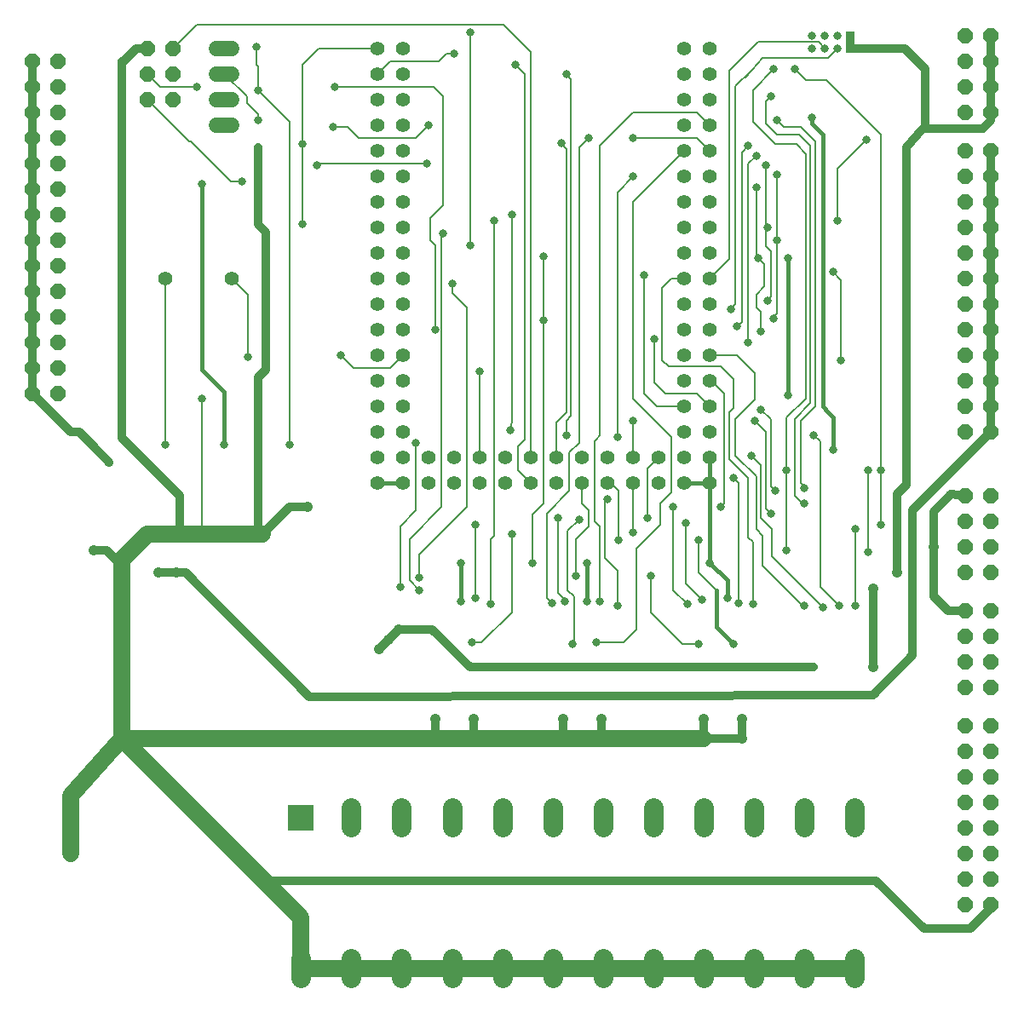
<source format=gbl>
G75*
%MOIN*%
%OFA0B0*%
%FSLAX25Y25*%
%IPPOS*%
%LPD*%
%AMOC8*
5,1,8,0,0,1.08239X$1,22.5*
%
%ADD10C,0.05600*%
%ADD11C,0.03200*%
%ADD12R,0.03200X0.03200*%
%ADD13R,0.10000X0.10000*%
%ADD14C,0.07600*%
%ADD15OC8,0.06000*%
%ADD16C,0.06000*%
%ADD17C,0.04200*%
%ADD18C,0.06600*%
%ADD19C,0.03200*%
%ADD20C,0.01600*%
%ADD21C,0.00600*%
%ADD22C,0.03543*%
D10*
X0146000Y0211000D03*
X0146000Y0221000D03*
X0146000Y0231000D03*
X0146000Y0241000D03*
X0146000Y0251000D03*
X0146000Y0261000D03*
X0146000Y0271000D03*
X0146000Y0281000D03*
X0146000Y0291000D03*
X0146000Y0301000D03*
X0146000Y0311000D03*
X0146000Y0321000D03*
X0146000Y0331000D03*
X0146000Y0341000D03*
X0146000Y0351000D03*
X0146000Y0361000D03*
X0146000Y0371000D03*
X0146000Y0381000D03*
X0156000Y0381000D03*
X0156000Y0371000D03*
X0156000Y0361000D03*
X0156000Y0351000D03*
X0156000Y0341000D03*
X0156000Y0331000D03*
X0156000Y0321000D03*
X0156000Y0311000D03*
X0156000Y0301000D03*
X0156000Y0291000D03*
X0156000Y0281000D03*
X0156000Y0271000D03*
X0156000Y0261000D03*
X0156000Y0251000D03*
X0156000Y0241000D03*
X0156000Y0231000D03*
X0156000Y0221000D03*
X0156000Y0211000D03*
X0166000Y0211000D03*
X0166000Y0221000D03*
X0176000Y0221000D03*
X0176000Y0211000D03*
X0186000Y0211000D03*
X0186000Y0221000D03*
X0196000Y0221000D03*
X0196000Y0211000D03*
X0206000Y0211000D03*
X0206000Y0221000D03*
X0216000Y0221000D03*
X0216000Y0211000D03*
X0226000Y0211000D03*
X0226000Y0221000D03*
X0236000Y0221000D03*
X0236000Y0211000D03*
X0246000Y0211000D03*
X0246000Y0221000D03*
X0256000Y0221000D03*
X0256000Y0211000D03*
X0266000Y0211000D03*
X0266000Y0221000D03*
X0276000Y0221000D03*
X0276000Y0211000D03*
X0276000Y0231000D03*
X0276000Y0241000D03*
X0266000Y0241000D03*
X0266000Y0231000D03*
X0266000Y0251000D03*
X0266000Y0261000D03*
X0276000Y0261000D03*
X0276000Y0251000D03*
X0276000Y0271000D03*
X0276000Y0281000D03*
X0266000Y0281000D03*
X0266000Y0271000D03*
X0266000Y0291000D03*
X0276000Y0291000D03*
X0276000Y0301000D03*
X0276000Y0311000D03*
X0266000Y0311000D03*
X0266000Y0301000D03*
X0266000Y0321000D03*
X0266000Y0331000D03*
X0276000Y0331000D03*
X0276000Y0321000D03*
X0276000Y0341000D03*
X0276000Y0351000D03*
X0266000Y0351000D03*
X0266000Y0341000D03*
X0266000Y0361000D03*
X0266000Y0371000D03*
X0276000Y0371000D03*
X0276000Y0361000D03*
X0276000Y0381000D03*
X0266000Y0381000D03*
X0088992Y0291000D03*
X0063008Y0291000D03*
D11*
X0046000Y0286000D03*
X0046000Y0296000D03*
X0046000Y0306000D03*
X0046000Y0316000D03*
X0046000Y0325375D03*
X0046000Y0335375D03*
X0046000Y0346000D03*
X0046000Y0356000D03*
X0046000Y0364750D03*
X0046000Y0376000D03*
X0075375Y0366000D03*
X0098500Y0381625D03*
X0099125Y0364750D03*
X0099125Y0352875D03*
X0099125Y0342250D03*
X0092875Y0329125D03*
X0077250Y0327875D03*
X0099125Y0312250D03*
X0116625Y0312250D03*
X0122250Y0335375D03*
X0116625Y0343500D03*
X0128500Y0350375D03*
X0129125Y0366000D03*
X0166000Y0351000D03*
X0165375Y0336000D03*
X0171625Y0308500D03*
X0182250Y0304125D03*
X0191625Y0313500D03*
X0198500Y0316000D03*
X0211000Y0299750D03*
X0211000Y0274750D03*
X0186000Y0254750D03*
X0168500Y0271000D03*
X0175375Y0289125D03*
X0131625Y0261000D03*
X0111625Y0226000D03*
X0086000Y0226000D03*
X0077250Y0244125D03*
X0062875Y0226000D03*
X0046000Y0246000D03*
X0046000Y0257250D03*
X0046000Y0266000D03*
X0046000Y0276000D03*
X0095375Y0260375D03*
X0161000Y0226625D03*
X0184125Y0194750D03*
X0198500Y0191000D03*
X0206625Y0179750D03*
X0214125Y0164125D03*
X0219125Y0164750D03*
X0227875Y0164750D03*
X0232875Y0164750D03*
X0239750Y0162875D03*
X0252875Y0174750D03*
X0240375Y0188500D03*
X0246000Y0191625D03*
X0251625Y0197250D03*
X0261625Y0201625D03*
X0266625Y0195375D03*
X0271625Y0188500D03*
X0276000Y0179750D03*
X0272875Y0165375D03*
X0267250Y0163500D03*
X0282875Y0166000D03*
X0287250Y0164125D03*
X0292875Y0163500D03*
X0285375Y0147875D03*
X0271625Y0147875D03*
X0304125Y0139125D03*
X0310375Y0139125D03*
X0316625Y0139125D03*
X0320375Y0162250D03*
X0312875Y0162875D03*
X0326625Y0162875D03*
X0332875Y0162875D03*
X0337875Y0184125D03*
X0332875Y0192875D03*
X0342875Y0194750D03*
X0342875Y0216000D03*
X0337875Y0216000D03*
X0324125Y0224125D03*
X0316625Y0229750D03*
X0306625Y0245375D03*
X0296000Y0239750D03*
X0293500Y0235375D03*
X0292250Y0221625D03*
X0285375Y0212875D03*
X0280375Y0201625D03*
X0299750Y0199125D03*
X0301625Y0207875D03*
X0306000Y0216000D03*
X0312875Y0209125D03*
X0312875Y0202875D03*
X0306000Y0184750D03*
X0352875Y0231000D03*
X0352875Y0241000D03*
X0352875Y0249750D03*
X0352875Y0260375D03*
X0352875Y0270375D03*
X0352875Y0281000D03*
X0352875Y0291000D03*
X0352875Y0300375D03*
X0352875Y0311000D03*
X0352875Y0321000D03*
X0352875Y0331000D03*
X0352875Y0341000D03*
X0337250Y0345375D03*
X0316000Y0354125D03*
X0302250Y0352875D03*
X0299750Y0362250D03*
X0301000Y0372875D03*
X0309125Y0372875D03*
X0316000Y0381000D03*
X0316000Y0386000D03*
X0321000Y0386000D03*
X0321000Y0381000D03*
X0326000Y0381000D03*
X0326000Y0386000D03*
X0291000Y0342875D03*
X0294125Y0339125D03*
X0297875Y0335375D03*
X0302250Y0331625D03*
X0294125Y0326625D03*
X0298500Y0311000D03*
X0302250Y0306000D03*
X0306625Y0299125D03*
X0294750Y0299125D03*
X0298500Y0282250D03*
X0301000Y0275375D03*
X0296000Y0270375D03*
X0291000Y0266000D03*
X0286625Y0272250D03*
X0284125Y0279125D03*
X0254125Y0267250D03*
X0250375Y0292250D03*
X0246000Y0331000D03*
X0246000Y0346000D03*
X0228500Y0346000D03*
X0217875Y0344125D03*
X0219750Y0371000D03*
X0199750Y0374750D03*
X0182250Y0387250D03*
X0176000Y0379125D03*
X0246000Y0235375D03*
X0239750Y0229125D03*
X0219750Y0229750D03*
X0197875Y0231625D03*
X0216625Y0197250D03*
X0224750Y0196625D03*
X0236000Y0204750D03*
X0227875Y0179750D03*
X0223500Y0174750D03*
X0222250Y0147875D03*
X0231625Y0148500D03*
X0190375Y0163500D03*
X0184125Y0166000D03*
X0178500Y0164750D03*
X0178500Y0179750D03*
X0162250Y0174125D03*
X0162250Y0169125D03*
X0154750Y0170375D03*
X0182875Y0148500D03*
X0327250Y0259125D03*
X0324125Y0293500D03*
X0326000Y0313500D03*
X0368500Y0213500D03*
D12*
X0331000Y0381000D03*
X0331000Y0386000D03*
D13*
X0116000Y0080055D03*
D14*
X0135685Y0076255D02*
X0135685Y0083855D01*
X0155370Y0083855D02*
X0155370Y0076255D01*
X0175055Y0076255D02*
X0175055Y0083855D01*
X0194740Y0083855D02*
X0194740Y0076255D01*
X0214425Y0076255D02*
X0214425Y0083855D01*
X0234110Y0083855D02*
X0234110Y0076255D01*
X0253795Y0076255D02*
X0253795Y0083855D01*
X0273480Y0083855D02*
X0273480Y0076255D01*
X0293165Y0076255D02*
X0293165Y0083855D01*
X0312850Y0083855D02*
X0312850Y0076255D01*
X0332535Y0076255D02*
X0332535Y0083855D01*
X0332535Y0024800D02*
X0332535Y0017200D01*
X0312850Y0017200D02*
X0312850Y0024800D01*
X0293165Y0024800D02*
X0293165Y0017200D01*
X0273480Y0017200D02*
X0273480Y0024800D01*
X0253795Y0024800D02*
X0253795Y0017200D01*
X0234110Y0017200D02*
X0234110Y0024800D01*
X0214425Y0024800D02*
X0214425Y0017200D01*
X0194740Y0017200D02*
X0194740Y0024800D01*
X0175055Y0024800D02*
X0175055Y0017200D01*
X0155370Y0017200D02*
X0155370Y0024800D01*
X0135685Y0024800D02*
X0135685Y0017200D01*
X0116000Y0017200D02*
X0116000Y0024800D01*
D15*
X0021000Y0246000D03*
X0021000Y0256000D03*
X0021000Y0266000D03*
X0021000Y0276000D03*
X0021000Y0286000D03*
X0021000Y0296000D03*
X0021000Y0306000D03*
X0021000Y0316000D03*
X0021000Y0326000D03*
X0021000Y0336000D03*
X0021000Y0346000D03*
X0021000Y0356000D03*
X0021000Y0366000D03*
X0021000Y0376000D03*
X0011000Y0376000D03*
X0011000Y0366000D03*
X0011000Y0356000D03*
X0011000Y0346000D03*
X0011000Y0336000D03*
X0011000Y0326000D03*
X0011000Y0316000D03*
X0011000Y0306000D03*
X0011000Y0296000D03*
X0011000Y0286000D03*
X0011000Y0276000D03*
X0011000Y0266000D03*
X0011000Y0256000D03*
X0011000Y0246000D03*
X0056000Y0361000D03*
X0056000Y0371000D03*
X0066000Y0371000D03*
X0066000Y0361000D03*
X0066000Y0381000D03*
X0056000Y0381000D03*
X0376000Y0376000D03*
X0376000Y0366000D03*
X0386000Y0366000D03*
X0386000Y0376000D03*
X0386000Y0386000D03*
X0376000Y0386000D03*
X0376000Y0356000D03*
X0386000Y0356000D03*
X0386000Y0341000D03*
X0376000Y0341000D03*
X0376000Y0331000D03*
X0376000Y0321000D03*
X0386000Y0321000D03*
X0386000Y0331000D03*
X0386000Y0311000D03*
X0386000Y0301000D03*
X0376000Y0301000D03*
X0376000Y0311000D03*
X0376000Y0291000D03*
X0386000Y0291000D03*
X0386000Y0281000D03*
X0386000Y0271000D03*
X0376000Y0271000D03*
X0376000Y0281000D03*
X0376000Y0261000D03*
X0376000Y0251000D03*
X0386000Y0251000D03*
X0386000Y0261000D03*
X0386000Y0241000D03*
X0386000Y0231000D03*
X0376000Y0231000D03*
X0376000Y0241000D03*
X0376000Y0206000D03*
X0386000Y0206000D03*
X0386000Y0196000D03*
X0376000Y0196000D03*
X0376000Y0186000D03*
X0376000Y0176000D03*
X0386000Y0176000D03*
X0386000Y0186000D03*
X0386000Y0161000D03*
X0386000Y0151000D03*
X0376000Y0151000D03*
X0376000Y0161000D03*
X0376000Y0141000D03*
X0376000Y0131000D03*
X0386000Y0131000D03*
X0386000Y0141000D03*
X0386000Y0116000D03*
X0376000Y0116000D03*
X0376000Y0106000D03*
X0376000Y0096000D03*
X0386000Y0096000D03*
X0386000Y0106000D03*
X0386000Y0086000D03*
X0386000Y0076000D03*
X0376000Y0076000D03*
X0376000Y0086000D03*
X0376000Y0066000D03*
X0376000Y0056000D03*
X0386000Y0056000D03*
X0386000Y0066000D03*
X0386000Y0046000D03*
X0376000Y0046000D03*
D16*
X0089000Y0351000D02*
X0083000Y0351000D01*
X0083000Y0361000D02*
X0089000Y0361000D01*
X0089000Y0371000D02*
X0083000Y0371000D01*
X0083000Y0381000D02*
X0089000Y0381000D01*
D17*
X0026000Y0066000D03*
X0026000Y0074125D03*
X0026000Y0082250D03*
X0046000Y0147250D03*
X0046000Y0157250D03*
X0060375Y0176000D03*
X0067250Y0176000D03*
X0068500Y0191000D03*
X0101000Y0191000D03*
X0118500Y0201625D03*
X0154125Y0153500D03*
X0150375Y0149750D03*
X0146625Y0146000D03*
X0168500Y0118500D03*
X0168500Y0111000D03*
X0183500Y0111000D03*
X0183500Y0118500D03*
X0149750Y0111000D03*
X0141000Y0111000D03*
X0218500Y0111000D03*
X0218500Y0118500D03*
X0233500Y0118500D03*
X0233500Y0111000D03*
X0273500Y0111000D03*
X0273500Y0118500D03*
X0288500Y0118500D03*
X0288500Y0111000D03*
X0339750Y0139125D03*
X0339750Y0169750D03*
X0349125Y0176000D03*
X0363500Y0186000D03*
X0034750Y0184750D03*
D18*
X0046000Y0181000D02*
X0056000Y0191000D01*
X0068500Y0191000D01*
X0079125Y0191000D01*
X0101000Y0191000D01*
X0046000Y0181000D02*
X0046000Y0157250D01*
X0046000Y0147250D01*
X0046000Y0111000D01*
X0141000Y0111000D01*
X0149750Y0111000D01*
X0168500Y0111000D01*
X0183500Y0111000D01*
X0218500Y0111000D01*
X0233500Y0111000D01*
X0273500Y0111000D01*
X0273480Y0021000D02*
X0253795Y0021000D01*
X0234110Y0021000D01*
X0214425Y0021000D01*
X0194740Y0021000D01*
X0175055Y0021000D01*
X0155370Y0021000D01*
X0135685Y0021000D01*
X0116000Y0021000D01*
X0116000Y0041000D01*
X0101937Y0055062D01*
X0046000Y0111000D01*
X0026000Y0088500D01*
X0026000Y0082250D01*
X0026000Y0074125D01*
X0026000Y0066000D01*
X0273480Y0021000D02*
X0293165Y0021000D01*
X0312850Y0021000D01*
X0332535Y0021000D01*
D19*
X0359750Y0036625D02*
X0341000Y0055375D01*
X0102250Y0055375D01*
X0101937Y0055062D01*
X0168500Y0111000D02*
X0168500Y0118500D01*
X0183500Y0118500D02*
X0183500Y0111000D01*
X0182250Y0139125D02*
X0304125Y0139125D01*
X0310375Y0139125D01*
X0316625Y0139125D01*
X0339750Y0139125D02*
X0339750Y0169750D01*
X0349125Y0176000D02*
X0349125Y0206625D01*
X0352875Y0210375D01*
X0352875Y0231000D01*
X0352875Y0241000D01*
X0352875Y0249750D01*
X0352875Y0260375D01*
X0352875Y0270375D01*
X0352875Y0281000D01*
X0352875Y0291000D01*
X0352875Y0300375D01*
X0352875Y0311000D01*
X0352875Y0321000D01*
X0352875Y0331000D01*
X0352875Y0341000D01*
X0352875Y0342250D01*
X0359125Y0349750D01*
X0359750Y0349750D01*
X0382875Y0349750D01*
X0386000Y0352875D01*
X0386000Y0356000D01*
X0386000Y0366000D01*
X0386000Y0376000D01*
X0386000Y0386000D01*
X0360375Y0372875D02*
X0360375Y0350375D01*
X0360375Y0372875D02*
X0352250Y0381000D01*
X0331000Y0381000D01*
X0331000Y0386000D01*
X0386000Y0341000D02*
X0386000Y0331000D01*
X0386000Y0321000D01*
X0386000Y0311000D01*
X0386000Y0301000D01*
X0386000Y0291000D01*
X0386000Y0281000D01*
X0386000Y0271000D01*
X0386000Y0261000D01*
X0386000Y0251000D01*
X0386000Y0241000D01*
X0386000Y0231000D01*
X0368500Y0213500D01*
X0355375Y0200375D01*
X0355375Y0143500D01*
X0339750Y0127875D01*
X0119125Y0127250D01*
X0071000Y0176000D01*
X0067250Y0176000D01*
X0060375Y0176000D01*
X0046000Y0181000D02*
X0043500Y0181000D01*
X0039750Y0184750D01*
X0034750Y0184750D01*
X0068500Y0191000D02*
X0068500Y0206000D01*
X0046000Y0228500D01*
X0046000Y0246000D01*
X0046000Y0257250D01*
X0046000Y0266000D01*
X0046000Y0276000D01*
X0046000Y0286000D01*
X0046000Y0296000D01*
X0046000Y0306000D01*
X0046000Y0316000D01*
X0046000Y0325375D01*
X0046000Y0335375D01*
X0046000Y0346000D01*
X0046000Y0356000D01*
X0046000Y0364750D01*
X0046000Y0376000D01*
X0046625Y0376000D02*
X0051625Y0381000D01*
X0056000Y0381000D01*
X0099125Y0342250D02*
X0099125Y0312250D01*
X0102250Y0309125D01*
X0102250Y0255375D01*
X0099125Y0252250D01*
X0099125Y0192875D01*
X0101000Y0191000D02*
X0111625Y0201625D01*
X0118500Y0201625D01*
X0154125Y0153500D02*
X0167250Y0153500D01*
X0182250Y0139125D01*
X0154125Y0153500D02*
X0150375Y0149750D01*
X0146625Y0146000D01*
X0218500Y0118500D02*
X0218500Y0111000D01*
X0233500Y0111000D02*
X0233500Y0118500D01*
X0273500Y0118500D02*
X0273500Y0111000D01*
X0288500Y0111000D01*
X0288500Y0118500D01*
X0363500Y0166625D02*
X0369125Y0161000D01*
X0376000Y0161000D01*
X0363500Y0166625D02*
X0363500Y0186000D01*
X0363500Y0199750D01*
X0370375Y0206625D01*
X0376000Y0206000D01*
X0386000Y0046000D02*
X0386000Y0044750D01*
X0377875Y0036625D01*
X0359750Y0036625D01*
X0041000Y0219125D02*
X0034750Y0225375D01*
X0029125Y0231000D01*
X0026000Y0231000D01*
X0011000Y0246000D01*
X0011000Y0256000D01*
X0011000Y0266000D01*
X0011000Y0276000D01*
X0011000Y0286000D01*
X0011000Y0296000D01*
X0011000Y0306000D01*
X0011000Y0316000D01*
X0011000Y0326000D01*
X0011000Y0336000D01*
X0011000Y0346000D01*
X0011000Y0356000D01*
X0011000Y0366000D01*
X0011000Y0376000D01*
X0011000Y0297250D02*
X0011000Y0296000D01*
D20*
X0077250Y0327875D02*
X0077250Y0255375D01*
X0086000Y0246625D01*
X0086000Y0226000D01*
X0146000Y0211000D02*
X0156000Y0211000D01*
X0178500Y0179750D02*
X0178500Y0164750D01*
X0227875Y0164750D02*
X0227875Y0179750D01*
X0266000Y0211000D02*
X0276000Y0211000D01*
X0276000Y0179750D01*
X0282875Y0172875D01*
X0282875Y0166000D01*
X0278500Y0169125D02*
X0278500Y0154750D01*
X0285375Y0147875D01*
X0276000Y0211000D02*
X0276000Y0221000D01*
X0306625Y0245375D02*
X0306625Y0299125D01*
X0320375Y0347250D02*
X0316000Y0351625D01*
X0316000Y0354125D01*
X0320375Y0347250D02*
X0320375Y0241000D01*
X0322250Y0238500D01*
X0324125Y0236625D01*
X0324125Y0224125D01*
D21*
X0319125Y0227250D02*
X0316625Y0229750D01*
X0319125Y0227250D02*
X0319125Y0170375D01*
X0326625Y0162875D01*
X0332875Y0162875D02*
X0332875Y0192875D01*
X0337875Y0184125D02*
X0337875Y0216000D01*
X0342875Y0216000D02*
X0342875Y0347250D01*
X0321625Y0368500D01*
X0313500Y0368500D01*
X0309125Y0372875D01*
X0301000Y0372875D02*
X0292875Y0364750D01*
X0292875Y0352250D01*
X0301625Y0343500D01*
X0309750Y0343500D01*
X0313500Y0339750D01*
X0313500Y0244125D01*
X0306000Y0236625D01*
X0306000Y0216000D01*
X0306000Y0184750D01*
X0300375Y0182250D02*
X0300375Y0192875D01*
X0296000Y0197250D01*
X0296000Y0217875D01*
X0292250Y0221625D01*
X0286000Y0221625D02*
X0286000Y0236000D01*
X0293500Y0243500D01*
X0293500Y0254125D01*
X0286625Y0261000D01*
X0276000Y0261000D01*
X0280375Y0256625D02*
X0285375Y0251625D01*
X0285375Y0240375D01*
X0283500Y0238500D01*
X0283500Y0220375D01*
X0291000Y0212875D01*
X0291000Y0189750D01*
X0292875Y0187875D01*
X0292875Y0163500D01*
X0287250Y0164125D02*
X0287250Y0211000D01*
X0285375Y0212875D01*
X0294125Y0213500D02*
X0286000Y0221625D01*
X0294125Y0213500D02*
X0294125Y0192875D01*
X0296625Y0190375D01*
X0296625Y0178500D01*
X0312250Y0162875D01*
X0312875Y0162875D01*
X0320375Y0162250D02*
X0300375Y0182250D01*
X0299750Y0199125D02*
X0297875Y0201000D01*
X0297875Y0231000D01*
X0293500Y0235375D01*
X0296000Y0239750D02*
X0299750Y0236000D01*
X0299750Y0209750D01*
X0301625Y0207875D01*
X0309125Y0206000D02*
X0312250Y0202875D01*
X0312875Y0202875D01*
X0309125Y0206000D02*
X0309125Y0236000D01*
X0315375Y0242250D01*
X0315375Y0342875D01*
X0311000Y0347250D01*
X0302250Y0347250D01*
X0297875Y0351625D01*
X0297875Y0360375D01*
X0299750Y0362250D01*
X0302250Y0352875D02*
X0304750Y0350375D01*
X0311625Y0350375D01*
X0317250Y0344750D01*
X0317250Y0241000D01*
X0311625Y0235375D01*
X0311625Y0211000D01*
X0312875Y0209750D01*
X0312875Y0209125D01*
X0299750Y0199125D02*
X0299125Y0199125D01*
X0281625Y0202875D02*
X0280375Y0201625D01*
X0281625Y0202875D02*
X0281625Y0246000D01*
X0276625Y0251000D01*
X0276000Y0251000D01*
X0271000Y0246000D02*
X0276000Y0241000D01*
X0271000Y0246000D02*
X0258500Y0246000D01*
X0254125Y0250375D01*
X0254125Y0267250D01*
X0257250Y0259125D02*
X0259750Y0256625D01*
X0280375Y0256625D01*
X0291000Y0266000D02*
X0291000Y0336000D01*
X0294125Y0339125D01*
X0291000Y0342875D02*
X0288500Y0340375D01*
X0288500Y0274125D01*
X0286625Y0272250D01*
X0284125Y0279125D02*
X0286000Y0281000D01*
X0286000Y0366250D01*
X0292500Y0372750D01*
X0296625Y0377250D01*
X0322250Y0377250D01*
X0326000Y0381000D01*
X0321000Y0381000D02*
X0318500Y0383500D01*
X0294750Y0383500D01*
X0283500Y0372250D01*
X0283500Y0298500D01*
X0283188Y0298188D01*
X0276000Y0291000D01*
X0266000Y0291000D02*
X0261000Y0291000D01*
X0257250Y0287250D01*
X0257250Y0259125D01*
X0250375Y0246000D02*
X0255375Y0241000D01*
X0266000Y0241000D01*
X0261000Y0229125D02*
X0246000Y0244125D01*
X0246000Y0321000D01*
X0266000Y0341000D01*
X0271000Y0346000D02*
X0246000Y0346000D01*
X0246000Y0356000D02*
X0232875Y0342875D01*
X0232875Y0229750D01*
X0231625Y0227875D01*
X0231000Y0227250D01*
X0231000Y0196000D01*
X0232875Y0194125D01*
X0232875Y0164750D01*
X0239750Y0162875D02*
X0239750Y0176625D01*
X0234750Y0181625D01*
X0234750Y0203500D01*
X0236000Y0204750D01*
X0240375Y0207875D02*
X0240375Y0188500D01*
X0246000Y0191625D02*
X0246000Y0211000D01*
X0251625Y0216625D02*
X0251625Y0197250D01*
X0256625Y0194750D02*
X0256625Y0202875D01*
X0261000Y0207250D01*
X0261000Y0229125D01*
X0256000Y0221000D02*
X0251625Y0216625D01*
X0246000Y0221000D02*
X0246000Y0235375D01*
X0239750Y0229125D02*
X0239750Y0324750D01*
X0246000Y0331000D01*
X0228500Y0346000D02*
X0224750Y0342250D01*
X0224750Y0226625D01*
X0221000Y0222875D01*
X0221000Y0207875D01*
X0212250Y0199125D01*
X0212250Y0166000D01*
X0214125Y0164125D01*
X0216625Y0167875D02*
X0216625Y0197250D01*
X0220375Y0192250D02*
X0220375Y0169125D01*
X0222875Y0166625D01*
X0222875Y0148500D01*
X0222250Y0147875D01*
X0231625Y0148500D02*
X0242250Y0148500D01*
X0247250Y0153500D01*
X0247250Y0185375D01*
X0256625Y0194750D01*
X0261625Y0201625D02*
X0261625Y0169125D01*
X0267250Y0163500D01*
X0272875Y0165375D02*
X0266625Y0171625D01*
X0266625Y0195375D01*
X0271625Y0188500D02*
X0271625Y0176000D01*
X0278500Y0169125D01*
X0271625Y0147875D02*
X0265375Y0147875D01*
X0252875Y0160375D01*
X0252875Y0174750D01*
X0228500Y0194125D02*
X0228500Y0200375D01*
X0226000Y0202875D01*
X0226000Y0211000D01*
X0236000Y0211000D02*
X0237250Y0211000D01*
X0240375Y0207875D01*
X0228500Y0194125D02*
X0223500Y0189125D01*
X0223500Y0174750D01*
X0216625Y0167875D02*
X0219125Y0165375D01*
X0219125Y0164750D01*
X0206625Y0179750D02*
X0206625Y0198500D01*
X0211000Y0202875D01*
X0211000Y0274750D01*
X0211000Y0299750D01*
X0198500Y0316000D02*
X0198500Y0235375D01*
X0197875Y0231625D01*
X0203500Y0227875D02*
X0203500Y0371000D01*
X0199750Y0374750D01*
X0206000Y0379750D02*
X0195375Y0390375D01*
X0075375Y0390375D01*
X0066000Y0381000D01*
X0056000Y0371000D02*
X0061000Y0366000D01*
X0075375Y0366000D01*
X0086000Y0371000D02*
X0094750Y0362250D01*
X0094750Y0359750D01*
X0099125Y0355375D01*
X0099125Y0352875D01*
X0099125Y0364750D02*
X0111625Y0352250D01*
X0111625Y0226000D01*
X0136625Y0256000D02*
X0131625Y0261000D01*
X0136625Y0256000D02*
X0151000Y0256000D01*
X0156000Y0261000D01*
X0168500Y0271000D02*
X0168500Y0304125D01*
X0166625Y0306000D01*
X0166625Y0314750D01*
X0171625Y0319750D01*
X0171625Y0362250D01*
X0167875Y0366000D01*
X0129125Y0366000D01*
X0116625Y0374750D02*
X0122875Y0381000D01*
X0146000Y0381000D01*
X0151000Y0376000D02*
X0146000Y0371000D01*
X0151000Y0376000D02*
X0169750Y0376000D01*
X0172875Y0379125D01*
X0176000Y0379125D01*
X0182250Y0387250D02*
X0182250Y0304125D01*
X0171625Y0308500D02*
X0171000Y0307875D01*
X0171000Y0201625D01*
X0158500Y0189125D01*
X0158500Y0172875D01*
X0162250Y0169125D01*
X0162250Y0174125D02*
X0162250Y0182875D01*
X0181000Y0201625D01*
X0181000Y0245375D01*
X0181000Y0247250D01*
X0181000Y0279750D01*
X0175375Y0285375D01*
X0175375Y0289125D01*
X0191625Y0313500D02*
X0191625Y0190375D01*
X0190375Y0189125D01*
X0190375Y0163500D01*
X0184125Y0166000D02*
X0184125Y0194750D01*
X0198500Y0191000D02*
X0198500Y0160375D01*
X0186625Y0148500D01*
X0182875Y0148500D01*
X0154750Y0170375D02*
X0154750Y0194125D01*
X0161000Y0200375D01*
X0161000Y0226625D01*
X0186000Y0221000D02*
X0186000Y0254750D01*
X0203500Y0227875D02*
X0201000Y0225375D01*
X0201000Y0216000D01*
X0206000Y0211000D01*
X0206000Y0221000D02*
X0206000Y0379750D01*
X0219750Y0371000D02*
X0221625Y0369125D01*
X0221625Y0237250D01*
X0219750Y0235375D01*
X0219750Y0229750D01*
X0216000Y0234750D02*
X0219750Y0238500D01*
X0219750Y0341625D01*
X0217875Y0343500D01*
X0217875Y0344125D01*
X0246000Y0356000D02*
X0271000Y0356000D01*
X0276000Y0351000D01*
X0271000Y0346000D02*
X0276000Y0341000D01*
X0294125Y0326625D02*
X0294125Y0299750D01*
X0294750Y0299125D01*
X0297250Y0296625D01*
X0297250Y0287875D01*
X0294125Y0284750D01*
X0294125Y0279750D01*
X0296000Y0277875D01*
X0296000Y0270375D01*
X0301000Y0275375D02*
X0301000Y0276000D01*
X0302250Y0277250D01*
X0302250Y0306000D01*
X0302250Y0331625D01*
X0297875Y0335375D02*
X0297875Y0311625D01*
X0298500Y0311000D01*
X0297875Y0310375D01*
X0297875Y0303500D01*
X0299750Y0301625D01*
X0299750Y0284125D01*
X0298500Y0282875D01*
X0298500Y0282250D01*
X0324125Y0293500D02*
X0327250Y0290375D01*
X0327250Y0259125D01*
X0342875Y0216000D02*
X0342875Y0194750D01*
X0250375Y0246000D02*
X0250375Y0292250D01*
X0216000Y0234750D02*
X0216000Y0221000D01*
X0224750Y0196625D02*
X0220375Y0192250D01*
X0101000Y0191000D02*
X0099125Y0192875D01*
X0079125Y0191000D02*
X0077250Y0192875D01*
X0077250Y0244125D01*
X0063008Y0226133D02*
X0062875Y0226000D01*
X0063008Y0226133D02*
X0063008Y0291000D01*
X0088992Y0291000D02*
X0095375Y0284617D01*
X0095375Y0260375D01*
X0116625Y0312250D02*
X0116625Y0343500D01*
X0116625Y0374750D01*
X0099125Y0374125D02*
X0099125Y0364750D01*
X0099125Y0374125D02*
X0098500Y0374750D01*
X0098500Y0381625D01*
X0128500Y0350375D02*
X0134125Y0350375D01*
X0138500Y0346000D01*
X0161000Y0346000D01*
X0166000Y0351000D01*
X0165375Y0336000D02*
X0122875Y0336000D01*
X0122250Y0335375D01*
X0092875Y0329125D02*
X0088500Y0329125D01*
X0072875Y0344750D01*
X0072250Y0344750D01*
X0056000Y0361000D01*
X0046625Y0376000D02*
X0046000Y0376000D01*
X0289750Y0369750D02*
X0292500Y0372750D01*
X0326000Y0334125D02*
X0337250Y0345375D01*
X0326000Y0334125D02*
X0326000Y0313500D01*
X0359750Y0349750D02*
X0360375Y0350375D01*
D22*
X0041000Y0219125D03*
X0034750Y0225375D03*
X0029125Y0231000D03*
M02*

</source>
